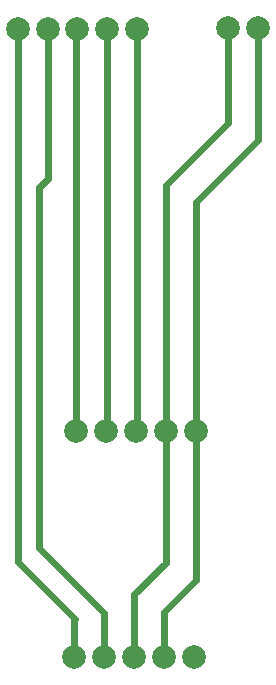
<source format=gbr>
%TF.GenerationSoftware,KiCad,Pcbnew,9.0.2*%
%TF.CreationDate,2025-11-03T21:01:43-03:00*%
%TF.ProjectId,Sensores,53656e73-6f72-4657-932e-6b696361645f,rev?*%
%TF.SameCoordinates,Original*%
%TF.FileFunction,Copper,L1,Top*%
%TF.FilePolarity,Positive*%
%FSLAX46Y46*%
G04 Gerber Fmt 4.6, Leading zero omitted, Abs format (unit mm)*
G04 Created by KiCad (PCBNEW 9.0.2) date 2025-11-03 21:01:43*
%MOMM*%
%LPD*%
G01*
G04 APERTURE LIST*
%TA.AperFunction,ComponentPad*%
%ADD10C,2.000000*%
%TD*%
%TA.AperFunction,Conductor*%
%ADD11C,0.600000*%
%TD*%
%TA.AperFunction,Conductor*%
%ADD12C,0.200000*%
%TD*%
G04 APERTURE END LIST*
D10*
%TO.P,J2,1,Pin_1*%
%TO.N,/RX*%
X170231742Y-56063348D03*
%TO.P,J2,2,Pin_2*%
%TO.N,/TX*%
X167731742Y-56063348D03*
%TO.P,J2,3,Pin_3*%
%TO.N,/OUT*%
X165231742Y-56063348D03*
%TO.P,J2,4,Pin_4*%
%TO.N,/SCL*%
X162731742Y-56063348D03*
%TO.P,J2,5,Pin_5*%
%TO.N,/SDA*%
X160231742Y-56063348D03*
%TD*%
%TO.P,3.3V,1,Pin_1*%
%TO.N,/3Vo*%
X180500000Y-56000000D03*
%TO.P,3.3V,2,Pin_2*%
%TO.N,GND*%
X178000000Y-56000000D03*
%TD*%
%TO.P,VEML7700,1,Pin_1*%
%TO.N,unconnected-(VEML7700-Pin_1-Pad1)*%
X175137939Y-109233923D03*
%TO.P,VEML7700,2,Pin_2*%
%TO.N,/3Vo*%
X172597939Y-109233923D03*
%TO.P,VEML7700,3,Pin_3*%
%TO.N,GND*%
X170057939Y-109233923D03*
%TO.P,VEML7700,4,Pin_4*%
%TO.N,/SCL*%
X167517939Y-109233923D03*
%TO.P,VEML7700,5,Pin_5*%
%TO.N,/SDA*%
X164977939Y-109233923D03*
%TD*%
%TO.P,C4001,1,Pin_1*%
%TO.N,/3Vo*%
X175295030Y-90095501D03*
%TO.P,C4001,2,Pin_2*%
%TO.N,GND*%
X172755030Y-90095501D03*
%TO.P,C4001,3,Pin_3*%
%TO.N,/RX*%
X170215030Y-90095501D03*
%TO.P,C4001,4,Pin_4*%
%TO.N,/TX*%
X167675030Y-90095501D03*
%TO.P,C4001,5,Pin_5*%
%TO.N,/OUT*%
X165135030Y-90095501D03*
%TD*%
D11*
%TO.N,GND*%
X172755030Y-69244970D02*
X178000000Y-64000000D01*
X178000000Y-64000000D02*
X178000000Y-56000000D01*
X170057939Y-103942061D02*
X172755030Y-101244970D01*
X172755030Y-101244970D02*
X172755030Y-90095501D01*
X170057939Y-109233923D02*
X170057939Y-103942061D01*
X172755030Y-90095501D02*
X172755030Y-69244970D01*
%TO.N,/RX*%
X170231742Y-56063348D02*
X170231742Y-90078789D01*
D12*
X170231742Y-90078789D02*
X170215030Y-90095501D01*
%TO.N,/OUT*%
X165135030Y-56160060D02*
X165231742Y-56063348D01*
X165538752Y-56038752D02*
X165500000Y-56000000D01*
D11*
X165135030Y-90095501D02*
X165135030Y-56160060D01*
%TO.N,/TX*%
X167731742Y-56063348D02*
X167731742Y-90038789D01*
D12*
X167731742Y-90038789D02*
X167675030Y-90095501D01*
D11*
%TO.N,/3Vo*%
X175295030Y-102704970D02*
X172597939Y-105402061D01*
X175295030Y-90095501D02*
X175295030Y-70704970D01*
X175295030Y-70704970D02*
X180500000Y-65500000D01*
X172597939Y-105402061D02*
X172597939Y-109233923D01*
X175295030Y-90095501D02*
X175295030Y-102704970D01*
X180500000Y-65500000D02*
X180500000Y-56000000D01*
%TO.N,/SCL*%
X162000000Y-100000000D02*
X162000000Y-69463484D01*
X167517939Y-109233923D02*
X167517939Y-105517939D01*
X162000000Y-69463484D02*
X162731742Y-68731742D01*
X162731742Y-68731742D02*
X162731742Y-56063348D01*
X167517939Y-105517939D02*
X162000000Y-100000000D01*
%TO.N,/SDA*%
X164977939Y-106022061D02*
X164977939Y-109233923D01*
D12*
X160458752Y-56041248D02*
X160500000Y-56000000D01*
D11*
X160231742Y-56063348D02*
X160231742Y-101231742D01*
X160231742Y-101231742D02*
X165000000Y-106000000D01*
D12*
X165000000Y-106000000D02*
X164977939Y-106022061D01*
%TD*%
M02*

</source>
